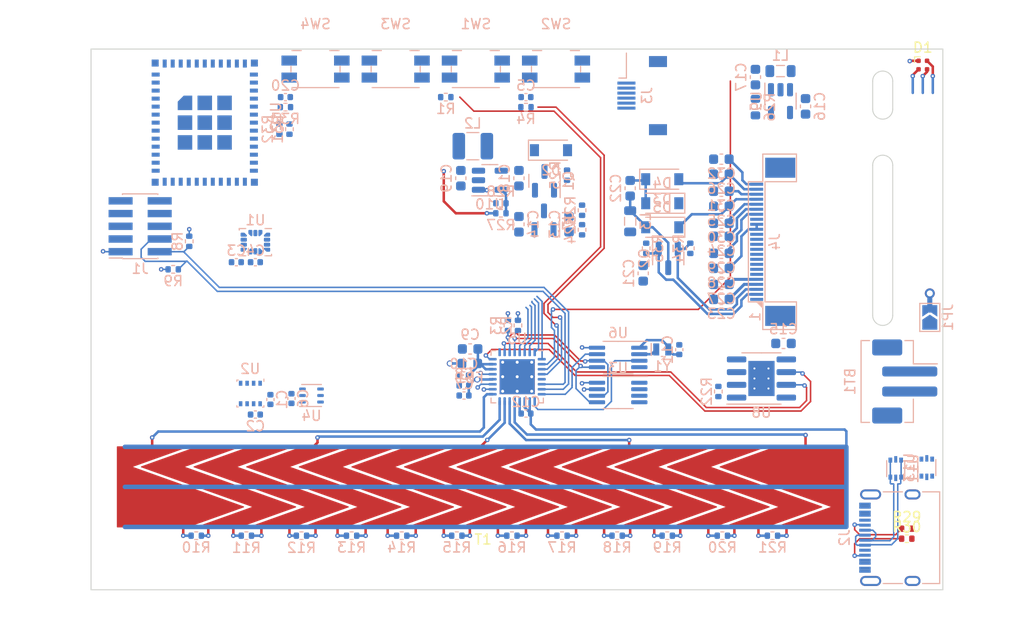
<source format=kicad_pcb>
(kicad_pcb (version 20211014) (generator pcbnew)

  (general
    (thickness 4.69)
  )

  (paper "A4")
  (layers
    (0 "F.Cu" signal)
    (1 "In1.Cu" signal)
    (2 "In2.Cu" signal)
    (31 "B.Cu" signal)
    (32 "B.Adhes" user "B.Adhesive")
    (33 "F.Adhes" user "F.Adhesive")
    (34 "B.Paste" user)
    (35 "F.Paste" user)
    (36 "B.SilkS" user "B.Silkscreen")
    (37 "F.SilkS" user "F.Silkscreen")
    (38 "B.Mask" user)
    (39 "F.Mask" user)
    (40 "Dwgs.User" user "User.Drawings")
    (41 "Cmts.User" user "User.Comments")
    (42 "Eco1.User" user "User.Eco1")
    (43 "Eco2.User" user "User.Eco2")
    (44 "Edge.Cuts" user)
    (45 "Margin" user)
    (46 "B.CrtYd" user "B.Courtyard")
    (47 "F.CrtYd" user "F.Courtyard")
    (48 "B.Fab" user)
    (49 "F.Fab" user)
    (50 "User.1" user)
    (51 "User.2" user)
    (52 "User.3" user)
    (53 "User.4" user)
    (54 "User.5" user)
    (55 "User.6" user)
    (56 "User.7" user)
    (57 "User.8" user)
    (58 "User.9" user)
  )

  (setup
    (stackup
      (layer "F.SilkS" (type "Top Silk Screen"))
      (layer "F.Paste" (type "Top Solder Paste"))
      (layer "F.Mask" (type "Top Solder Mask") (thickness 0.01))
      (layer "F.Cu" (type "copper") (thickness 0.035))
      (layer "dielectric 1" (type "core") (thickness 1.51) (material "FR4") (epsilon_r 4.5) (loss_tangent 0.02))
      (layer "In1.Cu" (type "copper") (thickness 0.035))
      (layer "dielectric 2" (type "prepreg") (thickness 1.51) (material "FR4") (epsilon_r 4.5) (loss_tangent 0.02))
      (layer "In2.Cu" (type "copper") (thickness 0.035))
      (layer "dielectric 3" (type "core") (thickness 1.51) (material "FR4") (epsilon_r 4.5) (loss_tangent 0.02))
      (layer "B.Cu" (type "copper") (thickness 0.035))
      (layer "B.Mask" (type "Bottom Solder Mask") (thickness 0.01))
      (layer "B.Paste" (type "Bottom Solder Paste"))
      (layer "B.SilkS" (type "Bottom Silk Screen"))
      (copper_finish "None")
      (dielectric_constraints yes)
    )
    (pad_to_mask_clearance 0)
    (pcbplotparams
      (layerselection 0x00010fc_ffffffff)
      (disableapertmacros false)
      (usegerberextensions false)
      (usegerberattributes true)
      (usegerberadvancedattributes true)
      (creategerberjobfile true)
      (svguseinch false)
      (svgprecision 6)
      (excludeedgelayer true)
      (plotframeref false)
      (viasonmask false)
      (mode 1)
      (useauxorigin false)
      (hpglpennumber 1)
      (hpglpenspeed 20)
      (hpglpendiameter 15.000000)
      (dxfpolygonmode true)
      (dxfimperialunits true)
      (dxfusepcbnewfont true)
      (psnegative false)
      (psa4output false)
      (plotreference true)
      (plotvalue true)
      (plotinvisibletext false)
      (sketchpadsonfab false)
      (subtractmaskfromsilk false)
      (outputformat 1)
      (mirror false)
      (drillshape 1)
      (scaleselection 1)
      (outputdirectory "")
    )
  )

  (net 0 "")
  (net 1 "VDDF")
  (net 2 "GND")
  (net 3 "/Sensor_Controller/LPC_~{RST}")
  (net 4 "Net-(C10-Pad1)")
  (net 5 "Net-(C11-Pad2)")
  (net 6 "VCC")
  (net 7 "/Power_Management/PS_SWITCH")
  (net 8 "/Power_Management/LED_A")
  (net 9 "VDD")
  (net 10 "Net-(C20-Pad1)")
  (net 11 "Net-(C22-Pad1)")
  (net 12 "Net-(C22-Pad2)")
  (net 13 "Net-(C23-Pad2)")
  (net 14 "Net-(C24-Pad2)")
  (net 15 "/WiFi_Display/PREVGH")
  (net 16 "/WiFi_Display/PREVGL")
  (net 17 "Net-(C27-Pad2)")
  (net 18 "Net-(C29-Pad2)")
  (net 19 "Net-(C30-Pad2)")
  (net 20 "Net-(C31-Pad2)")
  (net 21 "Net-(C32-Pad2)")
  (net 22 "Net-(D1-Pad2)")
  (net 23 "Net-(D1-Pad3)")
  (net 24 "Net-(D1-Pad4)")
  (net 25 "VBUS")
  (net 26 "unconnected-(J3-Pad3)")
  (net 27 "unconnected-(J3-Pad4)")
  (net 28 "/Power_Management/LED_K")
  (net 29 "unconnected-(J4-Pad1)")
  (net 30 "/WiFi_Display/GDR")
  (net 31 "/WiFi_Display/RESE")
  (net 32 "unconnected-(J4-Pad6)")
  (net 33 "unconnected-(J4-Pad7)")
  (net 34 "/WiFi_Display/EPD_BUSY")
  (net 35 "/WiFi_Display/EPD_~{RES}")
  (net 36 "/WiFi_Display/EPD_D{slash}~{C}")
  (net 37 "/WiFi_Display/EPD_CS")
  (net 38 "/WiFi_Display/EPD_SCLK")
  (net 39 "/WiFi_Display/EPD_SDI")
  (net 40 "/Sensor_Controller/LPC_~{ISP}")
  (net 41 "/Sensor_Controller/I2C_SDA")
  (net 42 "/Sensor_Controller/I2C_SCL")
  (net 43 "/Sensor_Controller/LPC_SWDIO")
  (net 44 "/Sensor_Controller/LPC_SWCLK")
  (net 45 "/Sensor_Controller/CAPT_X0")
  (net 46 "Net-(R10-Pad2)")
  (net 47 "Net-(R11-Pad1)")
  (net 48 "/Sensor_Controller/CAPT_X1")
  (net 49 "Net-(R13-Pad2)")
  (net 50 "Net-(R14-Pad2)")
  (net 51 "/Sensor_Controller/CAPT_X2")
  (net 52 "Net-(R16-Pad2)")
  (net 53 "Net-(R17-Pad2)")
  (net 54 "/Sensor_Controller/CAPT_X3")
  (net 55 "Net-(R19-Pad2)")
  (net 56 "Net-(R20-Pad2)")
  (net 57 "/Sensor_Controller/CAPT_X4")
  (net 58 "Net-(R22-Pad1)")
  (net 59 "/Power_Management/ADC_BAT")
  (net 60 "Net-(R27-Pad2)")
  (net 61 "Net-(J2-PadA5)")
  (net 62 "Net-(J2-PadB5)")
  (net 63 "/Sensor_Controller/CAPT_YH")
  (net 64 "/Sensor_Controller/LSM_A0")
  (net 65 "/Sensor_Controller/LSM_INT1")
  (net 66 "/Sensor_Controller/LSM_INT2")
  (net 67 "unconnected-(U1-Pad10)")
  (net 68 "unconnected-(U1-Pad11)")
  (net 69 "/Sensor_Controller/SPI_CS")
  (net 70 "/Power_Management/LED_PWM")
  (net 71 "/Sensor_Controller/ALS_INT")
  (net 72 "/Sensor_Controller/RTC_CLKO")
  (net 73 "/Sensor_Controller/RTC_INT")
  (net 74 "/Sensor_Controller/CAPT_YL")
  (net 75 "/Power_Management/DCDC_EN")
  (net 76 "/Power_Management/CHG_~{STBY}")
  (net 77 "/Power_Management/CHG_~{ACT}")
  (net 78 "/Sensor_Controller/SPI_~{INT}")
  (net 79 "/Sensor_Controller/SPI_MISO")
  (net 80 "Net-(U6-Pad2)")
  (net 81 "Net-(L1-Pad1)")
  (net 82 "Net-(L2-Pad1)")
  (net 83 "/WiFi_Display/USB_D+")
  (net 84 "/WiFi_Display/USB_D-")
  (net 85 "unconnected-(U12-Pad4)")
  (net 86 "unconnected-(U12-Pad7)")
  (net 87 "unconnected-(U12-Pad9)")
  (net 88 "unconnected-(U12-Pad10)")
  (net 89 "unconnected-(U12-Pad12)")
  (net 90 "unconnected-(U12-Pad15)")
  (net 91 "unconnected-(U12-Pad17)")
  (net 92 "Net-(SW3-Pad2)")
  (net 93 "unconnected-(U12-Pad24)")
  (net 94 "unconnected-(U12-Pad25)")
  (net 95 "unconnected-(U12-Pad28)")
  (net 96 "unconnected-(U12-Pad29)")
  (net 97 "/WiFi_Display/UART_RX")
  (net 98 "/WiFi_Display/UART_TX")
  (net 99 "unconnected-(U12-Pad32)")
  (net 100 "unconnected-(U12-Pad33)")
  (net 101 "unconnected-(U12-Pad34)")
  (net 102 "unconnected-(U12-Pad35)")
  (net 103 "Net-(BT1-Pad1)")
  (net 104 "unconnected-(J1-Pad6)")
  (net 105 "unconnected-(J1-Pad7)")
  (net 106 "unconnected-(J1-Pad8)")
  (net 107 "unconnected-(U4-Pad2)")

  (footprint "Touch_Sensor:CapTouch_Mutual_5X_Slider" (layer "F.Cu") (at 151.125 154.875))

  (footprint "Resistor_SMD:R_0402_1005Metric" (layer "F.Cu") (at 193.4 154.3))

  (footprint "LED_SMD:LED_Lumex_SML-LX0404SIUPGUSB" (layer "F.Cu") (at 195 107))

  (footprint "Resistor_SMD:R_0402_1005Metric" (layer "F.Cu") (at 193.4 153.3))

  (footprint "Package_SO:MSOP-8_3x3mm_P0.65mm" (layer "B.Cu") (at 164.6 136.2 180))

  (footprint "Capacitor_SMD:C_0402_1005Metric" (layer "B.Cu") (at 170.7 135.42 -90))

  (footprint "Resistor_SMD:R_0402_1005Metric" (layer "B.Cu") (at 180 154))

  (footprint "Resistor_SMD:R_0402_1005Metric" (layer "B.Cu") (at 175 154))

  (footprint "Resistor_SMD:R_0402_1005Metric" (layer "B.Cu") (at 167.4 125.3 90))

  (footprint "Resistor_SMD:R_0402_1005Metric" (layer "B.Cu") (at 120.2 127.4))

  (footprint "Package_SO:SOIC-8-1EP_3.9x4.9mm_P1.27mm_EP2.62x3.51mm_ThermalVias" (layer "B.Cu") (at 178.9 138.3))

  (footprint "Package_TO_SOT_SMD:SOT-23" (layer "B.Cu") (at 157.25 118.5625 90))

  (footprint "Capacitor_SMD:C_0603_1608Metric" (layer "B.Cu") (at 174.9 124.1))

  (footprint "Resistor_SMD:R_0402_1005Metric" (layer "B.Cu") (at 138 154))

  (footprint "Package_TO_SOT_SMD:SOT-23-5" (layer "B.Cu") (at 180.8 110.6 -90))

  (footprint "Resistor_SMD:R_0402_1005Metric" (layer "B.Cu") (at 174.6 139.6 -90))

  (footprint "Capacitor_SMD:C_0402_1005Metric" (layer "B.Cu") (at 155.4 141.8 180))

  (footprint "Resistor_SMD:R_0402_1005Metric" (layer "B.Cu") (at 130.8 113.4 -90))

  (footprint "Resistor_SMD:R_0402_1005Metric" (layer "B.Cu") (at 159 154))

  (footprint "Resistor_SMD:R_0402_1005Metric" (layer "B.Cu") (at 122.5 154))

  (footprint "Capacitor_SMD:C_0603_1608Metric" (layer "B.Cu") (at 174.9 119.6))

  (footprint "Diode_SMD:D_SOD-123" (layer "B.Cu") (at 169 120.8 180))

  (footprint "Resistor_SMD:R_0402_1005Metric" (layer "B.Cu") (at 152.9 120.8 180))

  (footprint "Capacitor_SMD:C_0603_1608Metric" (layer "B.Cu") (at 154.7 118.3 -90))

  (footprint "Jumper:SolderJumper-2_P1.3mm_Open_TrianglePad1.0x1.5mm" (layer "B.Cu") (at 195.7 132.2 90))

  (footprint "Resistor_SMD:R_0402_1005Metric" (layer "B.Cu") (at 161 121.5 -90))

  (footprint "Capacitor_SMD:C_0603_1608Metric" (layer "B.Cu") (at 174.9 125.8))

  (footprint "Package_TO_SOT_SMD:SOT-666" (layer "B.Cu") (at 192.3 147.3 90))

  (footprint "Resistor_SMD:R_0402_1005Metric" (layer "B.Cu") (at 133 154 180))

  (footprint "Button_Switch_SMD:Panasonic_EVQPUJ_EVQPUA" (layer "B.Cu") (at 158.4 107.4 180))

  (footprint "Diode_SMD:D_SOD-123" (layer "B.Cu") (at 157.9 115.5))

  (footprint "Capacitor_SMD:C_0603_1608Metric" (layer "B.Cu") (at 159.7 122.9 -90))

  (footprint "Inductor_SMD:L_0603_1608Metric" (layer "B.Cu") (at 149.8 136.8))

  (footprint "Capacitor_SMD:C_0402_1005Metric" (layer "B.Cu") (at 129.9 140.4 90))

  (footprint "Capacitor_SMD:C_0603_1608Metric" (layer "B.Cu") (at 154.7 122.9 90))

  (footprint "Capacitor_SMD:C_0603_1608Metric" (layer "B.Cu") (at 174.9 130.4))

  (footprint "Resistor_SMD:R_0402_1005Metric" (layer "B.Cu") (at 159.5 118 -90))

  (footprint "Capacitor_SMD:C_0603_1608Metric" (layer "B.Cu") (at 174.9 127.3))

  (footprint "Capacitor_SMD:C_0402_1005Metric" (layer "B.Cu") (at 128.4 126.6875 180))

  (footprint "Package_TO_SOT_SMD:SOT-666" (layer "B.Cu") (at 195.4 147.2 -90))

  (footprint "Capacitor_SMD:C_0402_1005Metric" (layer "B.Cu") (at 149.22 140 180))

  (footprint "Capacitor_SMD:C_0603_1608Metric" (layer "B.Cu") (at 174.9 117.9))

  (footprint "Button_Switch_SMD:Panasonic_EVQPUJ_EVQPUA" (layer "B.Cu") (at 150.4 107.4 180))

  (footprint "Inductor_SMD:L_1210_3225Metric" (layer "B.Cu") (at 150.1 115.1 180))

  (footprint "Resistor_SMD:R_0402_1005Metric" (layer "B.Cu") (at 153.6 133 -90))

  (footprint "Capacitor_SMD:C_0402_1005Metric" (layer "B.Cu") (at 128.4 141.9))

  (footprint "Package_TO_SOT_SMD:SOT-23" (layer "B.Cu") (at 169.6 126.3 -90))

  (footprint "Capacitor_SMD:C_0603_1608Metric" (layer "B.Cu") (at 174.9 122.8))

  (footprint "ESP32_Module:ESP32-C3-MINI-1" (layer "B.Cu") (at 123.35 112.75 -90))

  (footprint "Capacitor_SMD:C_0603_1608Metric" (layer "B.Cu") (at 181.1 134.8 180))

  (footprint "Inductor_SMD:L_0805_2012Metric" (layer "B.Cu") (at 165.8 122.6 90))

  (footprint "Package_DFN_QFN:VQFN-32-1EP_5x5mm_P0.5mm_EP3.5x3.5mm_ThermalVias" (layer "B.Cu")
    (tedit 5DC5F6A8) (tstamp 8d4e399c-f677-4283-8935-ce15932c7076)
    (at 154.525 138.125 180)
    (descr "VQFN, 32 Pin (https://www.ftdichip.com/Support/Documents/DataSheets/ICs/DS_FT4222H.pdf#page=40), generated with kicad-footprint-generator ipc_noLead_generator.py")
    (tags "VQFN NoLead")
    (property "Sheetfile" "sensor_controller.kicad_sch")
    (property "Sheetname" "Sensor_Controller")
    (path "/7e8977c0-0289-43b8-80db-6fcde42fe486/b5f834de-c7bf-4a4a-886f-7479a73ef33d")
    (attr smd)
    (fp_text reference "U5" (at 0 3.8) (layer "B.SilkS")
      (effects (font (size 1 1) (thickness 0.15)) (justify mirror))
      (tstamp 81b58340-3615-446f-bd2d-e2c9fb45f689)
    )
    (fp_text value "LPC804M101JHI33" (at 0 -3.8) (layer "B.Fab")
      (effects (font (size 1 1) (thickness 0.15)) (justify mirror))
      (tstamp 1ea0601f-2b25-4c9c-9727-a0536b027d3c)
    )
    (fp_text user "${REFERENCE}" (at 0 0) (layer "B.Fab")
      (effects (font (size 1 1) (thickness 0.15)) (justify mirror))
      (tstamp d78289a0-123a-4021-b5d0-b19f9bd4ec89)
    )
    (fp_line (start 2.61 -2.61) (end 2.61 -2.135) (layer "B.SilkS") (width 0.12) (tstamp 0a86c5b4-cab0-4951-9a04-8b3644547237))
    (fp_line (start 2.135 2.61) (end 2.61 2.61) (layer "B.SilkS") (width 0.12) (tstamp 36b371dc-6f64-47c0-bcd0-ba4657bcf187))
    (fp_line (start -2.61 -2.61) (end -2.61 -2.135) (layer "B.SilkS") (width 0.12) (tstamp 4034aff1-5049-48ca-b36a-e7cb54d38628))
    (fp_line (start 2.61 2.61) (end 2.61 2.135) (layer "B.SilkS") (width 0.12) (tstamp 9562f308-7d98-4081-b2e9-7acd2e53edcd))
    (fp_line (start 2.135 -2.61) (end 2.61 -2.61) (layer "B.SilkS") (width 0.12) (tstamp 97a665d9-00ae-43eb-8df6-4358ffa0d9aa))
    (fp_line (start -2.135 -2.61) (end -2.61 -2.61) (layer "B.SilkS") (width 0.12) (tstamp cd191336-45b2-4507-a30d-15f715df2f00))
    (fp_line (start -2.135 2.61) (end -2.61 2.61) (layer "B.SilkS") (width 0.12) (tstamp f910f391-c593-4e00-b6af-f1a415db2252))
    (fp_line (start 3.1 -3.1) (end 3.1 3.1) (layer "B.CrtYd") (width 0.05) (tstamp 4bc718e3-0dda-4cd7-9758-383baad8d602))
    (fp_line (start -3.1 3.1) (end -3.1 -3.1) (layer "B.CrtYd") (width 0.05) (tstamp 77443a9c-0d00-4bc2-a011-044a70edf3bb))
    (fp_line (start 3.1 3.1) (end -3.1 3.1) (layer "B.CrtYd") (width 0.05) (tstamp 7eb498f8-3ea7-4de6-9294-6c95d16d6b05))
    (fp_line (start -3.1 -3.1) (end 3.1 -3.1) (layer "B.CrtYd") (width 0.05) (tstamp ab80ae95-becf-4df3-b500-e9eb27ee5a69))
    (fp_line (start 2.5 -2.5) (end -2.5 -2.5) (layer "B.Fab") (width 0.1) (tstamp 0718ae16-c052-4435-8986-04c79eff36ff))
    (fp_line (start -1.5 2.5) (end 2.5 2.5) (layer "B.Fab") (width 0.1) (tstamp 1b24b644-34fd-49a9-b59c-abe20300f0b4))
    (fp_line (start 2.5 2.5) (end 2.5 -2.5) (layer "B.Fab") (width 0.1) (tstamp 2008c2c7-e713-48af-b3f9-4185630b35bf))
    (fp_line (start -2.5 -2.5) (end -2.5 1.5) (layer "B.Fab") (width 0.1) (tstamp 60d21545-7f8a-42ab-8eb3-ae6b05bdc437))
    (fp_line (start -2.5 1.5) (end -1.5 2.5) (layer "B.Fab") (width 0.1) (tstamp a60e2f43-13b8-45bb-953d-5feafe2717d1))
    (pad "" smd roundrect (at 0.875 -0.875 180) (size 1.46 1.46) (layers "B.Paste") (roundrect_rratio 0.171233) (tstamp 0867358d-8e73-414e-983f-1bd765f23dd0))
    (pad "" smd roundrect (at -0.875 -0.875 180) (size 1.46 1.46) (layers "B.Paste") (roundrect_rratio 0.171233) (tstamp 64df99fb-1e45-44f8-ab6b-8f66ba435516))
    (pad "" smd roundrect (at 0.875 0.875 180) (size 1.46 1.46) (layers "B.Paste") (roundrect_rratio 0.171233) (tstamp 861fbf20-22a7-4d6c-b256-ee2969680dd1))
    (pad "" smd roundrect (at -0.875 0.875 180) (size 1.46 1.46) (layers "B.Paste") (roundrect_rratio 0.171233) (tstamp c28d6b33-5ebc-4726-954c-d28f1747730f))
    (pad "1" smd roundrect (at -2.45 1.75 180) (size 0.8 0.25) (layers "B.Cu" "B.Paste" "B.Mask") (roundrect_rratio 0.25)
      (net 69 "/Sensor_Controller/SPI_CS") (pinfunction "PIO0_17/ADC_9") (pintype "tri_state") (tstamp 22251edf-dc68-4b2f-895d-e60c35544813))
    (pad "2" smd roundrect (at -2.45 1.25 180) (size 0.8 0.25) (layers "B.Cu" "B.Paste" "B.Mask") (roundrect_rratio 0.25)
      (net 70 "/Power_Management/LED_PWM") (pinfunction "PIO0_13/ADC_10") (pintype "tri_state") (tstamp 9a394f02-f4c9-4e9e-a35b-25d8d348013c))
    (pad "3" smd roundrect (at -2.45 0.75 180) (size 0.8 0.25) (layers "B.Cu" "B.Paste" "B.Mask") (roundrect_rratio 0.25)
      (net 40 "/Sensor_Controller/LPC_~{ISP}") (pinfunction "PIO0_12") (pintype "tri_state") (tstamp 583ea787-682f-4c0e-960b-39187d520ef5))
    (pad "4" smd roundrect (at -2.45 0.25 180) (size 0.8 0.25) (layers "B.Cu" "B.Paste" "B.Mask") (roundrect_rratio 0.25)
      (net 3 "/Sensor_Controller/LPC_~{RST}") (pinfunction "~{RESET}/PIO0_5") (pintype "tri_state") (tstamp fec7b2e2-1865-427f-bb89-da2b4032b804))
    (pad "5" smd roundrect (at -2.45 -0.25 180) (size 0.8 0.25) (layers "B.Cu" "B.Paste" "B.Mask") (roundrect_rratio 0.25)
      (net 71 "/Sensor_Controller/ALS_INT") (pinfunction "PIO0_4/ADC_11/TRSTN") (pintype "tri_state") (tstamp da047157-a0fe-4c80-8269-a34593421eec))
    (pad "6" smd roundrect (at -2.45 -0.75 180) (size 0.8 0.25) (layers "B.Cu" "B.Paste" "B.Mask") (roundrect_rratio 0.25)
      (net 44 "/Sensor_Controller/LPC_SWCLK") (pinfunction "SWCLK/PIO0_3/TCK") (pintype "tri_state") (tstamp 184ddae0-b65e-45be-9afd-e5be77bd26ab))
    (pad "7" smd roundrect (at -2.45 -1.25 180) (size 0.8 0.25) (layers "B.Cu" "B.Paste" "B.Mask") (roundrect_rratio 0.25)
      (net 43 "/Sensor_Controller/LPC_SWDIO") (pinfunction "SWDIO/PIO0_2/TMS") (pintype "tri_state") (tstamp 1bd692a3-1ee2-45ab-868b-df34ac55930b))
    (pad "8" smd roundrect (at -2.45 -1.75 180) (size 0.8 0.25) (layers "B.Cu" "B.Paste" "B.Mask") (roundrect_rratio 0.25)
      (net 72 "/Sensor_Controller/RTC_CLKO") (pinfunction "PIO0_11/ADC_6/WKTCLKIN") (pintype "tri_state") (tstamp a8b141cb-5408-4b57-8861-2f86502c64e9))
    (pad "9" smd roundrect (at -1.75 -2.45 180) (size 0.25 0.8) (layers "B.Cu" "B.Paste" "B.Mask") (roundrect_rratio 0.25)
      (net 73 "/Sensor_Controller/RTC_INT") (pinfunction "PIO0_10/ADC_7") (pintype "tri_state") (tstamp 718fa5f6-68ec-4871-b5fb-3d878002568e))
    (pad "10" smd roundrect (at -1.25 -2.45 180) (size 0.25 0.8) (layers "B.Cu" "B.Paste" "B.Mask") (roundrect_rratio 0.25)
      (net 63 "/Sensor_Controller/CAPT_YH") (pinfunction "PIO0_21/ACMP_I5") (pintype "tri_state") (tstamp c77dca70-51fe-4501-8a1b-d52e7a0f4494))
    (pad "11" smd roundrect (at -0.75 -2.45 180) (size 0.25 0.8) (layers "B.Cu" "B.Paste" "B.Mask") (roundrect_rratio 0.25)
      (net 63 "/Sensor_Controller/CAPT_YH") (pinfunction "PIO0_29") (pintype "tri_state") (tstamp 17bc7786-adb4-4c8f-a72f-3b2580483235))
    (pad "12" smd roundrect (at -0.25 -2.45 180) (size 0.25 0.8) (layers "B.Cu" "B.Paste" "B.Mask") (roundrect_rratio 0.25)
      (net 74 "/Sensor_Controller/CAPT_YL") (pinfunction "PIO0_28") (pintype "tri_state") (tstamp ea8cc298-006a-4cce-a6db-da84a05c12c9))
    (pad "13" smd roundrect (at 0.25 -2.45 180) (size 0.25 0.8) (layers "B.Cu" "B.Paste"
... [262392 chars truncated]
</source>
